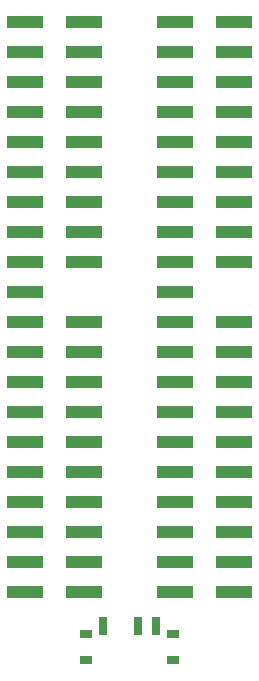
<source format=gbr>
%TF.GenerationSoftware,KiCad,Pcbnew,(6.0.4-0)*%
%TF.CreationDate,2022-11-06T15:53:12-07:00*%
%TF.ProjectId,ide_cable_select_switch,6964655f-6361-4626-9c65-5f73656c6563,rev?*%
%TF.SameCoordinates,Original*%
%TF.FileFunction,Paste,Top*%
%TF.FilePolarity,Positive*%
%FSLAX46Y46*%
G04 Gerber Fmt 4.6, Leading zero omitted, Abs format (unit mm)*
G04 Created by KiCad (PCBNEW (6.0.4-0)) date 2022-11-06 15:53:12*
%MOMM*%
%LPD*%
G01*
G04 APERTURE LIST*
%ADD10R,3.150000X1.000000*%
%ADD11R,1.000000X0.800000*%
%ADD12R,0.700000X1.500000*%
G04 APERTURE END LIST*
D10*
%TO.C,J3*%
X158765000Y-60452000D03*
X163815000Y-60452000D03*
X158765000Y-62992000D03*
X163815000Y-62992000D03*
X158765000Y-65532000D03*
X163815000Y-65532000D03*
X158765000Y-68072000D03*
X163815000Y-68072000D03*
X158765000Y-70612000D03*
X163815000Y-70612000D03*
X158765000Y-73152000D03*
X163815000Y-73152000D03*
X158765000Y-75692000D03*
X163815000Y-75692000D03*
X158765000Y-78232000D03*
X163815000Y-78232000D03*
X158765000Y-80772000D03*
X163815000Y-80772000D03*
X158765000Y-83312000D03*
X158765000Y-85852000D03*
X163815000Y-85852000D03*
X158765000Y-88392000D03*
X163815000Y-88392000D03*
X158765000Y-90932000D03*
X163815000Y-90932000D03*
X158765000Y-93472000D03*
X163815000Y-93472000D03*
X158765000Y-96012000D03*
X163815000Y-96012000D03*
X158765000Y-98552000D03*
X163815000Y-98552000D03*
X158765000Y-101092000D03*
X163815000Y-101092000D03*
X158765000Y-103632000D03*
X163815000Y-103632000D03*
X158765000Y-106172000D03*
X163815000Y-106172000D03*
X158765000Y-108712000D03*
X163815000Y-108712000D03*
%TD*%
%TO.C,J2*%
X146065000Y-60452000D03*
X151115000Y-60452000D03*
X146065000Y-62992000D03*
X151115000Y-62992000D03*
X146065000Y-65532000D03*
X151115000Y-65532000D03*
X146065000Y-68072000D03*
X151115000Y-68072000D03*
X146065000Y-70612000D03*
X151115000Y-70612000D03*
X146065000Y-73152000D03*
X151115000Y-73152000D03*
X146065000Y-75692000D03*
X151115000Y-75692000D03*
X146065000Y-78232000D03*
X151115000Y-78232000D03*
X146065000Y-80772000D03*
X151115000Y-80772000D03*
X146065000Y-83312000D03*
X146065000Y-85852000D03*
X151115000Y-85852000D03*
X146065000Y-88392000D03*
X151115000Y-88392000D03*
X146065000Y-90932000D03*
X151115000Y-90932000D03*
X146065000Y-93472000D03*
X151115000Y-93472000D03*
X146065000Y-96012000D03*
X151115000Y-96012000D03*
X146065000Y-98552000D03*
X151115000Y-98552000D03*
X146065000Y-101092000D03*
X151115000Y-101092000D03*
X146065000Y-103632000D03*
X151115000Y-103632000D03*
X146065000Y-106172000D03*
X151115000Y-106172000D03*
X146065000Y-108712000D03*
X151115000Y-108712000D03*
%TD*%
D11*
%TO.C,SW1*%
X158590000Y-112250000D03*
X151290000Y-114460000D03*
X158590000Y-114460000D03*
X151290000Y-112250000D03*
D12*
X152690000Y-111600000D03*
X155690000Y-111600000D03*
X157190000Y-111600000D03*
%TD*%
M02*

</source>
